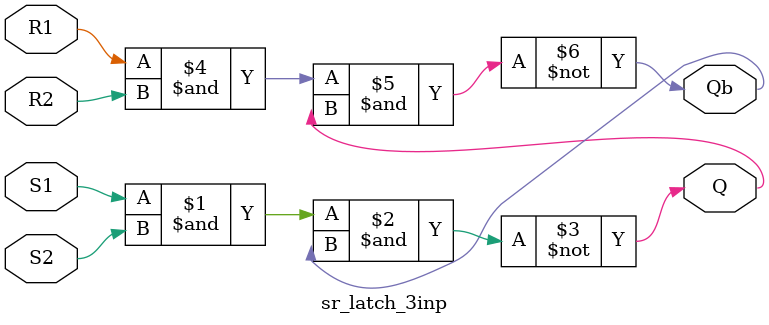
<source format=sv>
`timescale 1ns/1ns
module sr_latch_2inp (input S, R, output Q, Qb);
    nand #8 Snand (Q, Qb, S);
    nand #8 Rnand (Qb, Q, R);
endmodule

module sr_latch_3inp (input S1, R1, S2, R2, output Q, Qb);
    nand #12 Snand (Q, S1, S2, Qb);
    nand #12 Rnand (Qb, R1, R2, Q);
endmodule

</source>
